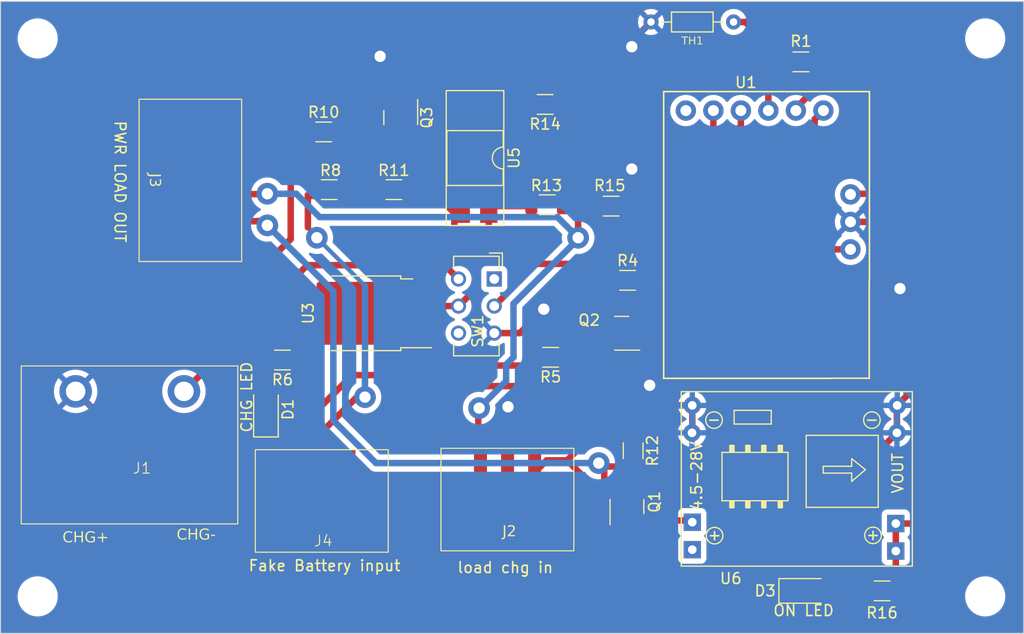
<source format=kicad_pcb>
(kicad_pcb (version 20221018) (generator pcbnew)
  (layers (0 "F.Cu" signal) (31 "B.Cu" signal) (34 "B.Paste" user) (35 "F.Paste" user) (36 "B.SilkS" user "B.Silkscreen") (37 "F.SilkS" user "F.Silkscreen") (38 "B.Mask" user) (39 "F.Mask" user) (44 "Edge.Cuts" user))
  (net 0 "")
  (net 1 "-12V")
  (net 2 "+5V")
  (net 3 "+VDC")
  (net 4 "+12V")
  (net 5 "Net-(U3-G)")
  (net 6 "Net-(U3-D)")
  (net 7 "+9V")
  (net 8 "Net-(D1-A)")
  (net 9 "Net-(D3-A)")
  (net 10 "Battery Vref")
  (net 11 "VD")
  (net 12 "+BATT")
  (net 13 "Net-(Q2-B)")
  (net 14 "Net-(Q3-G)")
  (net 15 "-BATT")
  (net 16 "Net-(U1-P1)")
  (net 17 "Net-(U1-P2)")
  (net 18 "Net-(SW1B-A)")
  (net 19 "Batt SW VCC")
  (net 20 "Net-(R14-Pad2)")
  (net 22 "Net-(SW1A-B)")
  (footprint "Resistor_SMD:R_1206_3216Metric" (layer "F.Cu") (at 219.0095 59.563 180)
    (fp_text reference "R13" (at 0.0615 1.778) (layer "F.SilkS"))
    (fp_text value "10K" hide)
    (pad "1" smd roundrect (at -1.4625 0 180) (size 1.125 1.75) (layers "F.Cu" "F.Paste" "F.Mask") (roundrect_rratio 0.2222222222) (net 10 "Battery Vref"))
    (pad "2" smd roundrect (at 1.4625 0 180) (size 1.125 1.75) (layers "F.Cu" "F.Paste" "F.Mask") (roundrect_rratio 0.2222222222) (net 12 "+BATT"))
  )
  (footprint "MountingHole:MountingHole_3.2mm_M3" (layer "F.Cu") (at 259.461 95.758)
    (fp_text reference "REF**" hide)
    (fp_text value "MountingHole_3.2mm_M3" hide)
    (pad "" np_thru_hole circle (at 0 0) (size 3.2 3.2) (drill 3.2) (layers "*.Cu" "*.Mask"))
  )
  (footprint "DCDC buck converter lm2596:kf1000 screw terminal" (layer "F.Cu") (at 170.44 74.461)
    (fp_text reference "J1" (at 11.15 9.45 unlocked) (layer "F.SilkS") (effects (font (thickness 0.1))))
    (fp_text value "B CHG IN")
    (pad "1" thru_hole circle (at 5.025 2.35) (size 3 3) (drill 1.8) (layers "*.Cu" "*.Mask") (net 1 "-12V"))
    (pad "2" thru_hole circle (at 15.025 2.35) (size 3 3) (drill 1.8) (layers "*.Cu" "*.Mask") (net 3 "+VDC"))
  )
  (footprint "MountingHole:MountingHole_3.2mm_M3" (layer "F.Cu") (at 171.958 95.758)
    (fp_text reference "REF**" hide)
    (fp_text value "MountingHole_3.2mm_M3" hide)
    (pad "" np_thru_hole circle (at 0 0) (size 3.2 3.2) (drill 3.2) (layers "*.Cu" "*.Mask"))
  )
  (footprint "MountingHole:MountingHole_3.2mm_M3" (layer "F.Cu") (at 171.958 44.196)
    (fp_text reference "REF**" hide)
    (fp_text value "MountingHole_3.2mm_M3" hide)
    (pad "" np_thru_hole circle (at 0 0) (size 3.2 3.2) (drill 3.2) (layers "*.Cu" "*.Mask"))
  )
  (footprint "Resistor_SMD:R_1206_3216Metric" (layer "F.Cu") (at 218.821 50.292 180)
    (fp_text reference "R14" (at 0 -1.82) (layer "F.SilkS"))
    (fp_text value "430R" hide)
    (pad "1" smd roundrect (at -1.4625 0 180) (size 1.125 1.75) (layers "F.Cu" "F.Paste" "F.Mask") (roundrect_rratio 0.2222222222) (net 19 "Batt SW VCC"))
    (pad "2" smd roundrect (at 1.4625 0 180) (size 1.125 1.75) (layers "F.Cu" "F.Paste" "F.Mask") (roundrect_rratio 0.2222222222) (net 20 "Net-(R14-Pad2)"))
  )
  (footprint "Resistor_SMD:R_1206_3216Metric" (layer "F.Cu") (at 198.882 58.166 180)
    (fp_text reference "R8" (at -0.127 1.778) (layer "F.SilkS"))
    (fp_text value "3K6" hide)
    (pad "1" smd roundrect (at -1.4625 0 180) (size 1.125 1.75) (layers "F.Cu" "F.Paste" "F.Mask") (roundrect_rratio 0.2222222222) (net 14 "Net-(Q3-G)"))
    (pad "2" smd roundrect (at 1.4625 0 180) (size 1.125 1.75) (layers "F.Cu" "F.Paste" "F.Mask") (roundrect_rratio 0.2222222222) (net 15 "-BATT"))
  )
  (footprint "Button_Switch_THT:SW_CuK_JS202011CQN_DPDT_Straight" (layer "F.Cu") (at 214.121 66.4265 -90)
    (fp_text reference "SW1" (at 4.8205 1.523 90) (layer "F.SilkS"))
    (fp_text value "SW_DPDT_x2" hide)
    (pad "1" thru_hole rect (at 0 0 270) (size 1.4 1.4) (drill 0.9) (layers "*.Cu" "*.Mask"))
    (pad "2" thru_hole circle (at 2.5 0 270) (size 1.4 1.4) (drill 0.9) (layers "*.Cu" "*.Mask") (net 22 "Net-(SW1A-B)"))
    (pad "3" thru_hole circle (at 5 0 270) (size 1.4 1.4) (drill 0.9) (layers "*.Cu" "*.Mask") (net 1 "-12V"))
    (pad "4" thru_hole circle (at 0 3.3 270) (size 1.4 1.4) (drill 0.9) (layers "*.Cu" "*.Mask") (net 18 "Net-(SW1B-A)"))
    (pad "5" thru_hole circle (at 2.5 3.3 270) (size 1.4 1.4) (drill 0.9) (layers "*.Cu" "*.Mask") (net 12 "+BATT"))
    (pad "6" thru_hole circle (at 5 3.3 270) (size 1.4 1.4) (drill 0.9) (layers "*.Cu" "*.Mask"))
  )
  (footprint "DCDC buck converter lm2596:SRT_MPT1584EN_Module" (layer "F.Cu") (at 242.57 84.328)
    (fp_text reference "U6" (at -6.604 9.779) (layer "F.SilkS"))
    (fp_text value "MP1584 ")
    (fp_text user "+" (at 6.5278 5.7277) (layer "F.SilkS"))
    (fp_text user "-" (at -8.1534 -4.9276) (layer "F.SilkS"))
    (fp_text user "-" (at 6.4262 -4.9276) (layer "F.SilkS"))
    (fp_text user "+" (at -8.1026 5.7531) (layer "F.SilkS"))
    (fp_text user "VOUT" (at 8.8138 0.0508 90) (layer "F.SilkS"))
    (fp_text user "4.5-28V" (at -9.7536 0.3048 90) (layer "F.SilkS"))
    (pad "1" thru_hole rect (at -10.16 4.572 90) (size 1.6 1.6) (drill 0.8) (layers "*.Cu" "B.Mask") (net 4 "+12V"))
    (pad "1" thru_hole rect (at -10.16 7.112 90) (size 1.6 1.6) (drill 0.8) (layers "*.Cu" "B.Mask") (net 4 "+12V"))
    (pad "2" thru_hole oval (at -10.1854 -3.683 90) (size 1.6 1.6) (drill 0.8) (layers "*.Cu" "B.Mask") (net 1 "-12V"))
    (pad "2" thru_hole oval (at -10.16 -6.223 90) (size 1.6 1.6) (drill 0.8) (layers "*.Cu" "B.Mask") (net 1 "-12V"))
    (pad "3" thru_hole rect (at 8.636 4.699 90) (size 1.6 1.6) (drill 0.8) (layers "*.Cu" "B.Mask") (net 7 "+9V"))
    (pad "3" thru_hole rect (at 8.636 7.239 90) (size 1.6 1.6) (drill 0.8) (layers "*.Cu" "B.Mask") (net 7 "+9V"))
    (pad "4" thru_hole oval (at 8.7376 -3.683 90) (size 1.6 1.6) (drill 0.8) (layers "*.Cu" "B.Mask") (net 1 "-12V"))
    (pad "4" thru_hole oval (at 8.763 -6.223 90) (size 1.6 1.6) (drill 0.8) (layers "*.Cu" "B.Mask") (net 1 "-12V"))
  )
  (footprint "LED_SMD:LED_1206_3216Metric" (layer "F.Cu") (at 242.697 95.25)
    (fp_text reference "D3" (at -3.556 0) (layer "F.SilkS"))
    (fp_text value "ON LED" (at 0 1.82) (layer "F.SilkS"))
    (pad "1" smd roundrect (at -1.4 0) (size 1.25 1.75) (layers "F.Cu" "F.Paste" "F.Mask") (roundrect_rratio 0.2) (net 1 "-12V"))
    (pad "2" smd roundrect (at 1.4 0) (size 1.25 1.75) (layers "F.Cu" "F.Paste" "F.Mask") (roundrect_rratio 0.2) (net 9 "Net-(D3-A)"))
  )
  (footprint "MountingHole:MountingHole_3.2mm_M3" (layer "F.Cu") (at 259.461 44.196)
    (fp_text reference "REF**" hide)
    (fp_text value "MountingHole_3.2mm_M3" hide)
    (pad "" np_thru_hole circle (at 0 0) (size 3.2 3.2) (drill 3.2) (layers "*.Cu" "*.Mask"))
  )
  (footprint "LED_SMD:LED_1206_3216Metric" (layer "F.Cu") (at 193.04 78.74 90)
    (fp_text reference "D1" (at 0.254 2.032 90) (layer "F.SilkS"))
    (fp_text value "CHG LED" (at 1.397 -1.778 90) (layer "F.SilkS"))
    (pad "1" smd roundrect (at -1.4 0 90) (size 1.25 1.75) (layers "F.Cu" "F.Paste" "F.Mask") (roundrect_rratio 0.2) (net 1 "-12V"))
    (pad "2" smd roundrect (at 1.4 0 90) (size 1.25 1.75) (layers "F.Cu" "F.Paste" "F.Mask") (roundrect_rratio 0.2) (net 8 "Net-(D1-A)"))
  )
  (footprint "Package_TO_SOT_SMD:TO-252-2" (layer "F.Cu") (at 202.184 69.596 180)
    (fp_text reference "U3" (at 5.247 -0.006 90) (layer "F.SilkS"))
    (fp_text value "AOD409" hide)
    (pad "1" smd roundrect (at -5.04 -2.28 180) (size 2.2 1.2) (layers "F.Cu" "F.Paste" "F.Mask") (roundrect_rratio 0.2083333333) (net 5 "Net-(U3-G)"))
    (pad "2" smd roundrect (at -0.415 -1.525 180) (size 3.05 2.75) (layers "F.Cu" "F.Paste") (roundrect_rratio 0.09090909091) (net 6 "Net-(U3-D)"))
    (pad "2" smd roundrect (at -0.415 1.525 180) (size 3.05 2.75) (layers "F.Cu" "F.Paste") (roundrect_rratio 0.09090909091) (net 6 "Net-(U3-D)"))
    (pad "2" smd roundrect (at 1.26 0 180) (size 6.4 5.8) (layers "F.Cu" "F.Mask") (roundrect_rratio 0.04310293103) (net 6 "Net-(U3-D)"))
    (pad "2" smd roundrect (at 2.935 -1.525 180) (size 3.05 2.75) (layers "F.Cu" "F.Paste") (roundrect_rratio 0.09090909091) (net 6 "Net-(U3-D)"))
    (pad "2" smd roundrect (at 2.935 1.525 180) (size 3.05 2.75) (layers "F.Cu" "F.Paste") (roundrect_rratio 0.09090909091) (net 6 "Net-(U3-D)"))
    (pad "3" smd roundrect (at -5.04 2.28 180) (size 2.2 1.2) (layers "F.Cu" "F.Paste" "F.Mask") (roundrect_rratio 0.2083333333) (net 3 "+VDC"))
  )
  (footprint "Resistor_SMD:R_1206_3216Metric" (layer "F.Cu") (at 198.374 52.832)
    (fp_text reference "R10" (at 0 -1.82) (layer "F.SilkS"))
    (fp_text value "100K" hide)
    (pad "1" smd roundrect (at -1.4625 0) (size 1.125 1.75) (layers "F.Cu" "F.Paste" "F.Mask") (roundrect_rratio 0.2222222222) (net 15 "-BATT"))
    (pad "2" smd roundrect (at 1.4625 0) (size 1.125 1.75) (layers "F.Cu" "F.Paste" "F.Mask") (roundrect_rratio 0.2222222222) (net 14 "Net-(Q3-G)"))
  )
  (footprint "Package_TO_SOT_SMD:SOT-23" (layer "F.Cu") (at 226.375 87.4545 90)
    (fp_text reference "Q1" (at 0.4295 2.54 90) (layer "F.SilkS"))
    (fp_text value "AO3407" hide)
    (pad "1" smd roundrect (at -0.9375 -0.95 90) (size 1.475 0.6) (layers "F.Cu" "F.Paste" "F.Mask") (net 11 "VD"))
    (pad "2" smd roundrect (at -0.9375 0.95 90) (size 1.475 0.6) (layers "F.Cu" "F.Paste" "F.Mask") (net 12 "+BATT"))
    (pad "3" smd roundrect (at 0.9375 0 90) (size 1.475 0.6) (layers "F.Cu" "F.Paste" "F.Mask") (net 4 "+12V"))
  )
  (footprint "Resistor_SMD:R_1206_3216Metric" (layer "F.Cu") (at 249.936 95.25)
    (fp_text reference "R16" (at 0 2.032) (layer "F.SilkS"))
    (fp_text value "330R" hide)
    (pad "1" smd roundrect (at -1.4625 0) (size 1.125 1.75) (layers "F.Cu" "F.Paste" "F.Mask") (roundrect_rratio 0.2222222222) (net 9 "Net-(D3-A)"))
    (pad "2" smd roundrect (at 1.4625 0) (size 1.125 1.75) (layers "F.Cu" "F.Paste" "F.Mask") (roundrect_rratio 0.2222222222) (net 7 "+9V"))
  )
  (footprint "DCDC buck converter lm2596:XH 2.54mm 3p smd vertical header" (layer "F.Cu") (at 207.476 95.273)
    (fp_text reference "J2" hide)
    (fp_text value "load chg in" (at 7.662 -2.182 unlocked) (layer "F.SilkS"))
    (fp_text user "${REFERENCE}" (at 8.043 -5.484 unlocked) (layer "F.SilkS"))
    (pad "1" smd rect (at 5.375 -10.975) (size 1.2 4.5) (layers "F.Cu" "F.Paste" "F.Mask") (net 10 "Battery Vref"))
    (pad "2" smd rect (at 7.875 -10.975) (size 1.2 4.5) (layers "F.Cu" "F.Paste" "F.Mask") (net 1 "-12V"))
    (pad "3" smd rect (at 10.375 -10.975) (size 1.2 4.5) (layers "F.Cu" "F.Paste" "F.Mask") (net 4 "+12V"))
    (pad "4" smd rect (at 2.425 -5.275) (size 1.2 3) (layers "F.Cu" "F.Paste" "F.Mask"))
    (pad "4" smd rect (at 13.325 -5.275) (size 1.2 3) (layers "F.Cu" "F.Paste" "F.Mask"))
  )
  (footprint "Resistor_SMD:R_1206_3216Metric" (layer "F.Cu") (at 219.329 73.66 180)
    (fp_text reference "R5" (at 0 -1.82) (layer "F.SilkS"))
    (fp_text value "10K" hide)
    (pad "1" smd roundrect (at -1.4625 0 180) (size 1.125 1.75) (layers "F.Cu" "F.Paste" "F.Mask") (roundrect_rratio 0.2222222222) (net 12 "+BATT"))
    (pad "2" smd roundrect (at 1.4625 0 180) (size 1.125 1.75) (layers "F.Cu" "F.Paste" "F.Mask") (roundrect_rratio 0.2222222222) (net 5 "Net-(U3-G)"))
  )
  (footprint "Resistor_SMD:R_1206_3216Metric" (layer "F.Cu") (at 194.564 73.914 180)
    (fp_text reference "R6" (at 0 -1.82) (layer "F.SilkS"))
    (fp_text value "800R" hide)
    (pad "1" smd roundrect (at -1.4625 0 180) (size 1.125 1.75) (layers "F.Cu" "F.Paste" "F.Mask") (roundrect_rratio 0.2222222222) (net 6 "Net-(U3-D)"))
    (pad "2" smd roundrect (at 1.4625 0 180) (size 1.125 1.75) (layers "F.Cu" "F.Paste" "F.Mask") (roundrect_rratio 0.2222222222) (net 8 "Net-(D1-A)"))
  )
  (footprint "Resistor_SMD:R_1206_3216Metric" (layer "F.Cu") (at 226.949 82.296 90)
    (fp_text reference "R12" (at 0 1.778 90) (layer "F.SilkS"))
    (fp_text value "1.2K" hide)
    (pad "1" smd roundrect (at -1.4625 0 90) (size 1.125 1.75) (layers "F.Cu" "F.Paste" "F.Mask") (roundrect_rratio 0.2222222222) (net 11 "VD"))
    (pad "2" smd roundrect (at 1.4625 0 90) (size 1.125 1.75) (layers "F.Cu" "F.Paste" "F.Mask") (roundrect_rratio 0.2222222222) (net 4 "+12V"))
  )
  (footprint "DCDC buck converter lm2596:XH 2.54mm 3p smd vertical header" (layer "F.Cu") (at 190.331 95.4)
    (fp_text reference "J4" (at 7.991 -4.767 unlocked) (layer "F.SilkS") (effects (font (thickness 0.1))))
    (fp_text value "Fake Battery input" (at 8.118 -2.481 unlocked) (layer "F.SilkS"))
    (pad "1" smd rect (at 5.375 -10.975) (size 1.2 4.5) (layers "F.Cu" "F.Paste" "F.Mask") (net 12 "+BATT"))
    (pad "2" smd rect (at 7.875 -10.975) (size 1.2 4.5) (layers "F.Cu" "F.Paste" "F.Mask") (net 15 "-BATT"))
    (pad "3" smd rect (at 10.375 -10.975) (size 1.2 4.5) (layers "F.Cu" "F.Paste" "F.Mask"))
    (pad "4" smd rect (at 2.425 -5.275) (size 1.2 3) (layers "F.Cu" "F.Paste" "F.Mask"))
    (pad "4" smd rect (at 13.325 -5.275) (size 1.2 3) (layers "F.Cu" "F.Paste" "F.Mask"))
  )
  (footprint "Resistor_SMD:R_1206_3216Metric" (layer "F.Cu") (at 242.443 46.355 180)
    (fp_text reference "R1" (at 0 1.905) (layer "F.SilkS"))
    (fp_text value "10K" hide)
    (pad "1" smd roundrect (at -1.4625 0 180) (size 1.125 1.75) (layers "F.Cu" "F.Paste" "F.Mask") (roundrect_rratio 0.2222222222) (net 2 "+5V"))
    (pad "2" smd roundrect (at 1.4625 0 180) (size 1.125 1.75) (layers "F.Cu" "F.Paste" "F.Mask") (roundrect_rratio 0.2222222222) (net 17 "Net-(U1-P2)"))
  )
  (footprint "DCDC buck converter lm2596:Digispark attiny85 board" (layer "F.Cu") (at 238.168 50.857 180)
    (fp_text reference "U1" (at 0.805 2.597) (layer "F.SilkS"))
    (fp_text value "ATTiny 85 Module ")
    (pad "1" thru_hole circle (at -8.85 -12.83 180) (size 1.8796 1.8796) (drill 1.016) (layers "*.Cu" "*.Mask") (net 2 "+5V"))
    (pad "2" thru_hole circle (at -8.85 -10.29 180) (size 1.8796 1.8796) (drill 1.016) (layers "*.Cu" "*.Mask") (net 1 "-12V"))
    (pad "3" thru_hole circle (at -8.85 -7.75 180) (size 1.8796 1.8796) (drill 1.016) (layers "*.Cu" "*.Mask") (net 7 "+9V"))
    (pad "4" thru_hole circle (at -6.35 0 180) (size 1.8796 1.8796) (drill 1.016) (layers "*.Cu" "*.Mask") (net 22 "Net-(SW1A-B)"))
    (pad "5" thru_hole circle (at -3.81 0 180) (size 1.8796 1.8796) (drill 1.016) (layers "*.Cu" "*.Mask") (net 16 "Net-(U1-P1)"))
    (pad "6" thru_hole circle (at -1.27 0 180) (size 1.8796 1.8796) (drill 1.016) (layers "*.Cu" "*.Mask") (net 17 "Net-(U1-P2)"))
    (pad "7" thru_hole circle (at 1.27 0 180) (size 1.8796 1.8796) (drill 1.016) (layers "*.Cu" "*.Mask") (net 10 "Battery Vref"))
    (pad "8" thru_hole circle (at 3.81 0 180) (size 1.8796 1.8796) (drill 1.016) (layers "*.Cu" "*.Mask") (net 19 "Batt SW VCC"))
    (pad "9" thru_hole circle (at 6.35 0 180) (size 1.8796 1.8796) (drill 1.016) (layers "*.Cu" "*.Mask"))
  )
  (footprint "Resistor_THT:R_Axial_DIN0204_L3.6mm_D1.6mm_P7.62mm_Horizontal" (layer "F.Cu") (at 228.6 42.672)
    (fp_text reference "TH1" hide)
    (fp_text value "Thermistor" hide)
    (fp_text user "${REFERENCE}" (at 3.81 1.778) (layer "F.SilkS") (effects (font (size 0.72 0.72) (thickness 0.108))))
    (pad "1" thru_hole circle (at 0 0) (size 1.4 1.4) (drill 0.7) (layers "*.Cu" "*.Mask") (net 1 "-12V"))
    (pad "2" thru_hole oval (at 7.62 0) (size 1.4 1.4) (drill 0.7) (layers "*.Cu" "*.Mask") (net 17 "Net-(U1-P2)"))
  )
  (footprint "Package_TO_SOT_SMD:SOT-23" (layer "F.Cu") (at 225.8845 71.44 180)
    (fp_text reference "Q2" (at 2.9995 1.209) (layer "F.SilkS"))
    (fp_text value "PN100" hide)
    (pad "1" smd roundrect (at -0.9375 -0.95 180) (size 1.475 0.6) (layers "F.Cu" "F.Paste" "F.Mask") (net 1 "-12V"))
    (pad "2" smd roundrect (at -0.9375 0.95 180) (size 1.475 0.6) (layers "F.Cu" "F.Paste" "F.Mask") (net 13 "Net-(Q2-B)"))
    (pad "3" smd roundrect (at 0.9375 0 180) (size 1.475 0.6) (layers "F.Cu" "F.Paste" "F.Mask") (net 12 "+BATT"))
  )
  (footprint "Resistor_SMD:R_1206_3216Metric" (layer "F.Cu") (at 226.441 66.548)
    (fp_text reference "R4" (at 0 -1.82) (layer "F.SilkS"))
    (fp_text value "3k3" hide)
    (pad "1" smd roundrect (at -1.4625 0) (size 1.125 1.75) (layers "F.Cu" "F.Paste" "F.Mask") (roundrect_rratio 0.2222222222) (net 13 "Net-(Q2-B)"))
    (pad "2" smd roundrect (at 1.4625 0) (size 1.125 1.75) (layers "F.Cu" "F.Paste" "F.Mask") (roundrect_rratio 0.2222222222) (net 16 "Net-(U1-P1)"))
  )
  (footprint "Package_TO_SOT_SMD:SOT-23" (layer "F.Cu") (at 205.486 51.5135 -90)
    (fp_text reference "Q3" (at 0 -2.4 90) (layer "F.SilkS"))
    (fp_text value "AO3400A" hide)
    (pad "1" smd roundrect (at -0.9375 -0.95 270) (size 1.475 0.6) (layers "F.Cu" "F.Paste" "F.Mask") (net 14 "Net-(Q3-G)"))
    (pad "2" smd roundrect (at -0.9375 0.95 270) (size 1.475 0.6) (layers "F.Cu" "F.Paste" "F.Mask") (net 15 "-BATT") (clearance 0.1))
    (pad "3" smd roundrect (at 0.9375 0 270) (size 1.475 0.6) (layers "F.Cu" "F.Paste" "F.Mask") (net 1 "-12V"))
  )
  (footprint "Resistor_SMD:R_1206_3216Metric" (layer "F.Cu") (at 224.917 59.69 180)
    (fp_text reference "R15" (at 0.127 1.905) (layer "F.SilkS"))
    (fp_text value "10K" hide)
    (pad "1" smd roundrect (at -1.4625 0 180) (size 1.125 1.75) (layers "F.Cu" "F.Paste" "F.Mask") (roundrect_rratio 0.2222222222) (net 1 "-12V"))
    (pad "2" smd roundrect (at 1.4625 0 180) (size 1.125 1.75) (layers "F.Cu" "F.Paste" "F.Mask") (roundrect_rratio 0.2222222222) (net 10 "Battery Vref"))
  )
  (footprint "Resistor_SMD:R_1206_3216Metric" (layer "F.Cu") (at 204.851 58.166 180)
    (fp_text reference "R11" (at 0 1.778) (layer "F.SilkS"))
    (fp_text value "10K" hide)
    (pad "1" smd roundrect (at -1.4625 0 180) (size 1.125 1.75) (layers "F.Cu" "F.Paste" "F.Mask") (roundrect_rratio 0.2222222222) (net 18 "Net-(SW1B-A)"))
    (pad "2" smd roundrect (at 1.4625 0 180) (size 1.125 1.75) (layers "F.Cu" "F.Paste" "F.Mask") (roundrect_rratio 0.2222222222) (net 14 "Net-(Q3-G)"))
  )
  (footprint "Package_DIP:DIP-4_W8.89mm_SMDSocket_LongPads" (layer "F.Cu") (at 212.344 55.245 -90)
    (fp_text reference "U5" (at 0 -3.6 90) (layer "F.SilkS"))
    (fp_text value "PC817" hide)
    (pad "1" smd rect (at -4.445 -1.27 270) (size 3.1 1.6) (layers "F.Cu" "F.Paste" "F.Mask") (net 20 "Net-(R14-Pad2)"))
    (pad "2" smd rect (at -4.445 1.27 270) (size 3.1 1.6) (layers "F.Cu" "F.Paste" "F.Mask") (net 1 "-12V"))
    (pad "3" smd rect (at 4.445 1.27 270) (size 3.1 1.6) (layers "F.Cu" "F.Paste" "F.Mask") (net 18 "Net-(SW1B-A)"))
    (pad "4" smd rect (at 4.445 -1.27 270) (size 3.1 1.6) (layers "F.Cu" "F.Paste" "F.Mask") (net 12 "+BATT"))
  )
  (footprint "DCDC buck converter lm2596:XH 2.54mm 4p vertical header" (layer "F.Cu") (at 178.195 47.962 -90)
    (fp_text reference "J3" hide)
    (fp_text value "PWR LOAD OUT" (at 9.468 -1.374 -90 unlocked) (layer "F.SilkS"))
    (fp_text user "${REFERENCE}" (at 9.341 -4.549 -90 unlocked) (layer "F.SilkS"))
    (pad "1" smd rect (at 5.625 -10.4 270) (size 1.2 4.5) (layers "F.Cu" "F.Paste" "F.Mask") (net 1 "-12V"))
    (pad "2" smd rect (at 8.125 -10.4 270) (size 1.2 4.5) (layers "F.Cu" "F.Paste" "F.Mask") (net 7 "+9V"))
    (pad "3" smd rect (at 10.625 -10.4 270) (size 1.2 4.5) (layers "F.Cu" "F.Paste" "F.Mask") (net 10 "Battery Vref"))
    (pad "4" smd rect (at 13.125 -10.4 270) (size 1.2 4.5) (layers "F.Cu" "F.Paste" "F.Mask") (net 11 "VD"))
    (pad "5" smd rect (at 2.675 -4.7 270) (size 1.2 3) (layers "F.Cu" "F.Paste" "F.Mask"))
    (pad "5" smd rect (at 16.075 -4.7 270) (size 1.2 3) (layers "F.Cu" "F.Paste" "F.Mask"))
  )
  (gr_rect (start 168.529 40.767) (end 263.017 99.187) (stroke (width 0.1)) (fill none) (layer "Edge.Cuts"))
  (gr_text "Alex Stewart July 2024" (at 178.308 45.466) (layer "F.Cu") (effects (font (size 1.5 1.5) (thickness 0.3) bold) (justify left bottom)))
  (gr_text "BMS Controller \nBatt V3.2 | Test 2.0 " (at 260.477 68.834 90) (layer "F.Cu") (effects (font (size 1.5 1.5) (thickness 0.3) bold) (justify bottom)))
  (gr_text "CHG+" (at 174.244 90.932) (layer "F.SilkS") (effects (font (size 1 1)) (justify left bottom)))
  (gr_text "CHG-\n" (at 184.785 90.678) (layer "F.SilkS") (effects (font (size 1 1)) (justify left bottom)))
  (segment (start 218.694 69.215) (end 216.4825 71.4265) (width 0.6) (layer "F.Cu") (net 1))
  (segment (start 189.999 53.587) (end 191.643 53.587) (width 0.6) (layer "F.Cu") (net 1))
  (segment (start 226.314 60.071) (end 226.314 58.293) (width 0.6) (layer "F.Cu") (net 1))
  (segment (start 232.41 80.6196) (end 232.3846 80.645) (width 0.4) (layer "F.Cu") (net 1))
  (segment (start 207.391 49.149) (end 209.042 50.8) (width 0.3) (layer "F.Cu") (net 1))
  (segment (start 202.692 48.133) (end 203.454 47.371) (width 0.6) (layer "F.Cu") (net 1))
  (segment (start 188.976 81.029) (end 179.683 81.029) (width 0.6) (layer "F.Cu") (net 1))
  (segment (start 192.151 81.029) (end 188.976 81.029) (width 0.6) (layer "F.Cu") (net 1))
  (segment (start 241.297 92.967) (end 241.297 95.25) (width 0.6) (layer "F.Cu") (net 1))
  (segment (start 211.963 87.376) (end 212.598 88.011) (width 0.6) (layer "F.Cu") (net 1))
  (segment (start 228.6 42.672) (end 226.695 44.577) (width 0.6) (layer "F.Cu") (net 1))
  (segment (start 232.41 78.105) (end 229.108 78.105) (width 0.6) (layer "F.Cu") (net 1))
  (segment (start 179.683 81.029) (end 175.465 76.811) (width 0.6) (layer "F.Cu") (net 1))
  (segment (start 202.565 87.376) (end 211.963 87.376) (width 0.6) (layer "F.Cu") (net 1))
  (segment (start 188.976 82.423) (end 195.58 89.027) (width 0.6) (layer "F.Cu") (net 1))
  (segment (start 251.587 62.992) (end 251.587 67.31) (width 0.6) (layer "F.Cu") (net 1))
  (segment (start 200.914 89.027) (end 202.565 87.376) (width 0.6) (layer "F.Cu") (net 1))
  (segment (start 191.643 50.927) (end 194.437 48.133) (width 0.6) (layer "F.Cu") (net 1))
  (segment (start 226.695 57.912) (end 226.695 56.388) (width 0.6) (layer "F.Cu") (net 1))
  (segment (start 191.643 53.587) (end 191.643 50.927) (width 0.6) (layer "F.Cu") (net 1))
  (segment (start 249.809 67.31) (end 244.729 72.39) (width 0.6) (layer "F.Cu") (net 1))
  (segment (start 205.486 49.657) (end 205.994 49.149) (width 0.3) (layer "F.Cu") (net 1))
  (segment (start 249.174 85.725) (end 247.523 87.376) (width 0.6) (layer "F.Cu") (net 1))
  (segment (start 194.437 48.133) (end 202.692 48.133) (width 0.6) (layer "F.Cu") (net 1))
  (segment (start 249.742 61.147) (end 251.587 62.992) (width 0.6) (layer "F.Cu") (net 1))
  (segment (start 215.149 78.4775) (end 215.149 84.096) (width 0.6) (layer "F.Cu") (net 1))
  (segment (start 204.216 48.133) (end 203.454 47.371) (width 0.6) (layer "F.Cu") (net 1))
  (segment (start 251.3076 80.645) (end 249.174 82.7786) (width 0.6) (layer "F.Cu") (net 1))
  (segment (start 215.351 86.02) (end 215.351 84.298) (width 0.6) (layer "F.Cu") (net 1))
  (segment (start 211.074 50.8) (end 211.074 48.514) (width 0.6) (layer "F.Cu") (net 1))
  (segment (start 251.587 67.31) (end 249.809 67.31) (width 0.6) (layer "F.Cu") (net 1))
  (segment (start 232.41 78.105) (end 232.41 80.6196) (width 0.6) (layer "F.Cu") (net 1))
  (segment (start 203.454 45.974) (end 203.454 47.371) (width 0.6) (layer "F.Cu") (net 1))
  (segment (start 252.206001 67.929001) (end 252.206001 77.231999) (width 0.6) (layer "F.Cu") (net 1))
  (segment (start 229.108 78.105) (end 228.473 77.47) (width 0.6) (layer "F.Cu") (net 1))
  (segment (start 226.695 44.577) (end 226.822 44.958) (width 0.4) (layer "F.Cu") (net 1))
  (segment (start 213.36 88.011) (end 215.351 86.02) (width 0.6) (layer "F.Cu") (net 1))
  (segment (start 210.693 48.133) (end 204.216 48.133) (width 0.6) (layer "F.Cu") (net 1))
  (segment (start 195.58 89.027) (end 200.914 89.027) (width 0.6) (layer "F.Cu") (net 1))
  (segment (start 193.04 80.14) (end 192.151 81.029) (width 0.6) (layer "F.Cu") (net 1))
  (segment (start 244.221 90.043) (end 241.297 92.967) (width 0.6) (layer "F.Cu") (net 1))
  (segment (start 247.523 87.376) (end 247.523 90.043) (width 0.6) (layer "F.Cu") (net 1))
  (segment (start 244.729 72.39) (end 226.822 72.39) (width 0.6) (layer "F.Cu") (net 1))
  (segment (start 247.018 61.147) (end 249.742 61.147) (width 0.6) (layer "F.Cu") (net 1))
  (segment (start 226.314 58.293) (end 226.695 57.912) (width 0.6) (layer "F.Cu") (net 1))
  (segment (start 215.3835 78.243) (end 215.149 78.243) (width 0.4) (layer "F.Cu") (net 1))
  (segment (start 203.454 45.974) (end 203.581 45.847) (width 0.6) (layer "F.Cu") (net 1))
  (segment (start 188.976 81.029) (end 188.976 82.423) (width 0.6) (layer "F.Cu") (net 1))
  (segment (start 188.595 53.587) (end 189.999 53.587) (width 0.4) (layer "F.Cu") (net 1))
  (segment (start 215.149 84.096) (end 215.351 84.298) (width 0.6) (layer "F.Cu") (net 1))
  (segment (start 209.042 50.8) (end 211.074 50.8) (width 0.6) (layer "F.Cu") (net 1))
  (segment (start 226.822 44.958) (end 226.695 44.958) (width 0.4) (layer "F.Cu") (net 1))
  (segment (start 228.473 77.47) (end 228.473 76.2485) (width 0.6) (layer "F.Cu") (net 1))
  (segment (start 205.486 52.451) (end 205.486 49.657) (width 0.3) (layer "F.Cu") (net 1))
  (segment (start 251.3076 78.1304) (end 251.333 78.105) (width 0.4) (layer "F.Cu") (net 1))
  (segment (start 252.206001 77.231999) (end 251.333 78.105) (width 0.6) (layer "F.Cu") (net 1))
  (segment (start 205.994 49.149) (end 207.391 49.149) (width 0.3) (layer "F.Cu") (net 1))
  (segment (start 216.4825 71.4265) (end 214.121 71.4265) (width 0.6) (layer "F.Cu") (net 1))
  (segment (start 226.695 56.388) (end 226.822 56.261) (width 0.4) (layer "F.Cu") (net 1))
  (segment (start 212.598 88.011) (end 213.36 88.011) (width 0.6) (layer "F.Cu") (net 1))
  (segment (start 211.074 48.514) (end 210.693 48.133) (width 0.6) (layer "F.Cu") (net 1))
  (segment (start 247.523 90.043) (end 244.221 90.043) (width 0.6) (layer "F.Cu") (net 1))
  (segment (start 215.392 78.2345) (end 215.149 78.4775) (width 0.4) (layer "F.Cu") (net 1))
  (segment (start 249.174 82.7786) (end 249.174 85.725) (width 0.6) (layer "F.Cu") (net 1))
  (segment (start 215.392 78.2345) (end 215.3835 78.243) (width 0.4) (layer "F.Cu") (net 1))
  (segment (start 251.587 67.31) (end 252.206001 67.929001) (width 0.6) (layer "F.Cu") (net 1))
  (segment (start 251.3076 80.645) (end 251.3076 78.1304) (width 0.6) (layer "F.Cu") (net 1))
  (via (at 203.581 45.847) (size 2) (drill 1.05) (layers "F.Cu" "B.Cu") (net 1))
  (via (at 218.694 69.215) (size 2) (drill 1.05) (layers "F.Cu" "B.Cu") (net 1))
  (via (at 215.392 78.2345) (size 2) (drill 1.05) (layers "F.Cu" "B.Cu") (net 1))
  (via (at 251.587 67.31) (size 2) (drill 1.05) (layers "F.Cu" "B.Cu") (net 1))
  (via (at 226.822 44.958) (size 2) (drill 1.05) (layers "F.Cu" "B.Cu") (net 1))
  (via (at 228.473 76.2485) (size 2) (drill 1.05) (layers "F.Cu" "B.Cu") (net 1))
  (via (at 226.822 56.261) (size 2) (drill 1.05) (layers "F.Cu" "B.Cu") (net 1))
  (segment (start 251.587 67.31) (end 251.079 67.31) (width 0.4) (layer "B.Cu") (net 1))
  (segment (start 226.822 56.261) (end 226.822 56.642) (width 0.4) (layer "B.Cu") (net 1))
  (segment (start 251.079 67.31) (end 249.555 65.786) (width 0.4) (layer "B.Cu") (net 1))
  (segment (start 203.581 45.847) (end 204.216 46.482) (width 0.4) (layer "B.Cu") (net 1))
  (segment (start 226.487 78.2345) (end 215.392 78.2345) (width 0.4) (layer "B.Cu") (net 1))
  (segment (start 235.077 70.739) (end 235.077 65.786) (width 0.4) (layer "B.Cu") (net 1))
  (segment (start 225.6005 76.2485) (end 221.869 72.517) (width 0.4) (layer "B.Cu") (net 1))
  (segment (start 221.869 72.39) (end 218.694 69.215) (width 0.4) (layer "B.Cu") (net 1))
  (segment (start 226.822 56.642) (end 235.077 64.897) (width 0.4) (layer "B.Cu") (net 1))
  (segment (start 221.869 72.517) (end 221.869 72.39) (width 0.4) (layer "B.Cu") (net 1))
  (segment (start 229.5675 76.2485) (end 235.077 70.739) (width 0.4) (layer "B.Cu") (net 1))
  (segment (start 225.298 46.482) (end 226.822 44.958) (width 0.4) (layer "B.Cu") (net 1))
  (segment (start 249.555 65.786) (end 235.077 65.786) (width 0.4) (layer "B.Cu") (net 1))
  (segment (start 226.822 56.261) (end 226.822 44.958) (width 0.4) (layer "B.Cu") (net 1))
  (segment (start 235.077 64.897) (end 235.077 65.786) (width 0.4) (layer "B.Cu") (net 1))
  (segment (start 228.473 76.2485) (end 225.6005 76.2485) (width 0.4) (layer "B.Cu") (net 1))
  (segment (start 228.473 76.2485) (end 226.487 78.2345) (width 0.4) (layer "B.Cu") (net 1))
  (segment (start 228.473 76.2485) (end 229.5675 76.2485) (width 0.4) (layer "B.Cu") (net 1))
  (segment (start 204.216 46.482) (end 225.298 46.482) (width 0.4) (layer "B.Cu") (net 1))
  (segment (start 246.634 55.118) (end 248.412 55.118) (width 0.6) (layer "F.Cu") (net 2))
  (segment (start 244.094 62.484) (end 244.094 57.658) (width 0.6) (layer "F.Cu") (net 2))
  (segment (start 243.9055 46.482) (end 248.539 46.482) (width 0.6) (layer "F.Cu") (net 2))
  (segment (start 247.018 63.687) (end 245.297 63.687) (width 0.6) (layer "F.Cu") (net 2))
  (segment (start 248.539 46.482) (end 248.539 55.118) (width 0.6) (layer "F.Cu") (net 2))
  (segment (start 245.297 63.687) (end 244.094 62.484) (width 0.6) (layer "F.Cu") (net 2))
  (segment (start 244.094 57.658) (end 246.634 55.118) (width 0.6) (layer "F.Cu") (net 2))
  (segment (start 205.232 65.151) (end 205.232 65.324) (width 0.6) (layer "F.Cu") (net 3))
  (segment (start 205.232 65.324) (end 207.224 67.316) (width 0.6) (layer "F.Cu") (net 3))
  (segment (start 185.465 76.811) (end 196.088 66.188) (width 0.6) (layer "F.Cu") (net 3))
  (segment (start 196.85 65.151) (end 205.232 65.151) (width 0.6) (layer "F.Cu") (net 3))
  (segment (start 196.088 66.188) (end 196.088 65.913) (width 0.6) (layer "F.Cu") (net 3))
  (segment (start 196.088 65.913) (end 196.85 65.151) (width 0.6) (layer "F.Cu") (net 3))
  (segment (start 223.52 90.678) (end 226.695 90.678) (width 0.6) (layer "F.Cu") (net 4))
  (segment (start 229.743 89.154) (end 229.743 88.743) (width 0.6) (layer "F.Cu") (net 4))
  (segment (start 220.853 83.185) (end 222.758 85.09) (width 0.6) (layer "F.Cu") (net 4))
  (segment (start 223.2045 80.8335) (end 226.949 80.8335) (width 0.6) (layer "F.Cu") (net 4))
  (segment (start 226.375 86.517) (end 226.375 90.358) (width 0.3) (layer "F.Cu") (net 4))
  (segment (start 226.695 90.678) (end 228.219 90.678) (width 0.6) (layer "F.Cu") (net 4))
  (segment (start 226.375 90.358) (end 226.695 90.678) (width 0.25) (layer "F.Cu") (net 4))
  (segment (start 232.253 88.743) (end 232.41 88.9) (width 0.4) (layer "F.Cu") (net 4))
  (segment (start 222.758 85.09) (end 222.758 89.916) (width 0.6) (layer "F.Cu") (net 4))
  (segment (start 222.758 89.916) (end 223.52 90.678) (width 0.6) (layer "F.Cu") (net 4))
  (segment (start 217.851 84.298) (end 218.964 83.185) (width 0.6) (layer "F.Cu") (net 4))
  (segment (start 229.743 88.743) (end 232.253 88.743) (width 0.6) (layer "F.Cu") (net 4))
  (segment (start 220.853 83.185) (end 223.2045 80.8335) (width 0.6) (layer "F.Cu") (net 4))
  (segment (start 218.964 83.185) (end 220.853 83.185) (width 0.6) (layer "F.Cu") (net 4))
  (segment (start 228.219 90.678) (end 229.743 89.154) (width 0.6) (layer "F.Cu") (net 4))
  (segment (start 209.804 74.422) (end 216.9775 74.422) (width 0.6) (layer "F.Cu") (net 5))
  (segment (start 208.246 73.533) (end 206.716 72.003) (width 0.6) (layer "F.Cu") (net 5))
  (segment (start 208.915 73.533) (end 209.804 74.422) (width 0.6) (layer "F.Cu") (net 5))
  (segment (start 208.915 73.533) (end 208.246 73.533) (width 0.6) (layer "F.Cu") (net 5))
  (segment (start 216.9775 74.422) (end 217.8665 73.533) (width 0.6) (layer "F.Cu") (net 5))
  (segment (start 199.249 71.121) (end 196.456 73.914) (width 0.6) (layer "F.Cu") (net 6))
  (segment (start 196.456 73.914) (end 196.0265 73.914) (width 0.6) (layer "F.Cu") (net 6))
  (segment (start 251.206 89.027) (end 253.238 89.027) (width 0.6) (layer "F.Cu") (net 7))
  (segment (start 172.974 73.152) (end 172.974 79.756) (width 0.6) (layer "F.Cu") (net 7))
  (segment (start 187.706 94.488) (end 232.791 94.488) (width 0.6) (layer "F.Cu") (net 7))
  (segment (start 191.516 66.548) (end 179.578 66.548) (width 0.6) (layer "F.Cu") (net 7))
  (segment (start 251.206 91.567) (end 251.206 94.5495) (width 0.6) (layer "F.Cu") (net 7))
  (segment (start 195.326 62.738) (end 191.516 66.548) (width 0.6) (layer "F.Cu") (net 7))
  (segment (start 172.974 79.756) (end 187.706 94.488) (width 0.6) (layer "F.Cu") (net 7))
  (segment (start 251.206 58.547) (end 247.926528 58.547) (width 0.6) (layer "F.Cu") (net 7))
  (segment (start 254.254 88.011) (end 254.254 65.659) (width 0.6) (layer "F.Cu") (net 7))
  (segment (start 254.254 90.043) (end 253.238 89.027) (width 0.6) (layer "F.Cu") (net 7))
  (segment (start 188.595 56.087) (end 194.263 56.087) (width 0.6) (layer "F.Cu") (net 7))
  (segment (start 247.926528 58.547) (end 247.442264 59.031264) (width 0.4) (layer "F.Cu") (net 7))
  (segment (start 194.263 56.087) (end 195.326 57.15) (width 0.6) (layer "F.Cu") (net 7))
  (segment (start 251.714 98.425) (end 254.254 95.885) (width 0.6) (layer "F.Cu") (net 7))
  (segment (start 251.206 89.027) (end 251.206 91.567) (width 0.6) (layer "F.Cu") (net 7))
  (segment (start 179.578 66.548) (end 172.974 73.152) (width 0.6) (layer "F.Cu") (net 7))
  (segment (start 253.365 60.579) (end 251.333 58.547) (width 0.6) (layer "F.Cu") (net 7))
  (segment (start 254.254 65.659) (end 253.365 64.77) (width 0.6) (layer "F.Cu") (net 7))
  (segment (start 253.365 64.77) (end 253.365 60.579) (width 0.6) (layer "F.Cu") (net 7))
  (segment (start 236.728 98.425) (end 251.714 98.425) (width 0.6) (layer "F.Cu") (net 7))
  (segment (start 253.238 89.027) (end 254.254 88.011) (width 0.6) (layer "F.Cu") (net 7))
  (segment (start 254.254 95.885) (end 254.254 90.043) (width 0.6) (layer "F.Cu") (net 7))
  (segment (start 232.791 94.488) (end 236.728 98.425) (width 0.6) (layer "F.Cu") (net 7))
  (segment (start 251.206 94.5495) (end 251.3985 94.742) (width 0.6) (layer "F.Cu") (net 7))
  (segment (start 195.326 57.15) (end 195.326 62.738) (width 0.6) (layer "F.Cu") (net 7))
  (segment (start 193.1015 75.1225) (end 193.1015 73.914) (width 0.6) (layer "F.Cu") (net 8))
  (segment (start 192.659 75.565) (end 193.1015 75.1225) (width 0.6) (layer "F.Cu") (net 8))
  (segment (start 192.659 75.565) (end 192.659 77.721) (width 0.6) (layer "F.Cu") (net 8))
  (segment (start 244.097 95.25) (end 248.4735 95.25) (width 0.6) (layer "F.Cu") (net 9))
  (segment (start 221.996 60.071) (end 223.389 60.071) (width 0.6) (layer "F.Cu") (net 10))
  (segment (start 221.869 60.198) (end 221.996 60.071) (width 0.4) (layer "F.Cu") (net 10))
  (segment (start 212.649 84.096) (end 212.649 78.435) (width 0.6) (layer "F.Cu") (net 10))
  (segment (start 236.898 52.281) (end 236.898 50.857) (width 0.6) (layer "F.Cu") (net 10))
  (segment (start 212.649 78.435) (end 212.725 78.359) (width 0.4) (layer "F.Cu") (net 10))
  (segment (start 192.111 58.587) (end 192.151 58.547) (width 0.4) (layer "F.Cu") (net 10))
  (segment (start 221.869 62.611) (end 221.869 60.198) (width 0.6) (layer "F.Cu") (net 10))
  (segment (start 221.996 60.071) (end 221.996 56.642) (width 0.6) (layer "F.Cu") (net 10))
  (segment (start 221.996 56.642) (end 224.536 54.102) (width 0.6) (layer "F.Cu") (net 10))
  (segment (start 188.595 58.587) (end 192.111 58.587) (width 0.6) (layer "F.Cu") (net 10))
  (segment (start 235.077 54.102) (end 236.898 52.281) (width 0.6) (layer "F.Cu") (net 10))
  (segment (start 193.167 58.547) (end 192.151 58.547) (width 0.4) (layer "F.Cu") (net 10))
  (segment (start 220.472 60.071) (end 221.996 60.071) (width 0.6) (layer "F.Cu") (net 10))
  (segment (start 212.851 84.298) (end 212.649 84.096) (width 0.6) (layer "F.Cu") (net 10))
  (segment (start 224.536 54.102) (end 235.077 54.102) (width 0.6) (layer "F.Cu") (net 10))
  (via (at 193.167 58.547) (size 2) (drill 1.05) (layers "F.Cu" "B.Cu") (net 10))
  (via (at 212.725 78.359) (size 2) (drill 1.05) (layers "F.Cu" "B.Cu") (net 10))
  (via (at 221.869 62.611) (size 2) (drill 1.05) (layers "F.Cu" "B.Cu") (net 10))
  (segment (start 193.167 58.547) (end 195.834 58.547) (width 0.6) (layer "B.Cu") (net 10))
  (segment (start 197.993 60.706) (end 219.964 60.706) (width 0.6) (layer "B.Cu") (net 10))
  (segment (start 195.834 58.547) (end 197.993 60.706) (width 0.6) (layer "B.Cu") (net 10))
  (segment (start 221.869 62.738) (end 221.869 62.611) (width 0.4) (layer "B.Cu") (net 10))
  (segment (start 212.725 78.359) (end 215.221 75.863) (width 0.6) (layer "B.Cu") (net 10))
  (segment (start 215.221 75.863) (end 215.221 74.339) (width 0.6) (layer "B.Cu") (net 10))
  (segment (start 215.9 68.707) (end 221.869 62.738) (width 0.6) (layer "B.Cu") (net 10))
  (segment (start 215.9 73.66) (end 215.9 68.707) (width 0.6) (layer "B.Cu") (net 10))
  (segment (start 219.964 60.706) (end 221.869 62.611) (width 0.6) (layer "B.Cu") (net 10))
  (segment (start 215.221 74.339) (end 215.9 73.66) (width 0.6) (layer "B.Cu") (net 10))
  (segment (start 225.364 88.712) (end 224.282 87.63) (width 0.6) (layer "F.Cu") (net 11))
  (segment (start 193.167 61.468) (end 192.659 60.96) (width 0.4) (layer "F.Cu") (net 11))
  (segment (start 225.364 88.743) (end 225.364 88.712) (width 0.6) (layer "F.Cu") (net 11))
  (segment (start 224.282 87.63) (end 224.282 83.947) (width 0.6) (layer "F.Cu") (net 11))
  (segment (start 192.151 61.087) (end 192.786 61.087) (width 0.4) (layer "F.Cu") (net 11))
  (segment (start 224.282 83.947) (end 223.774 83.439) (width 0.6) (layer "F.Cu") (net 11))
  (segment (start 224.0935 83.7585) (end 223.774 83.439) (width 0.4) (layer "F.Cu") (net 11))
  (segment (start 226.949 83.7585) (end 224.0935 83.7585) (width 0.6) (layer "F.Cu") (net 11))
  (segment (start 192.786 61.087) (end 193.167 61.468) (width 0.4) (layer "F.Cu") (net 11))
  (segment (start 192.659 60.96) (end 192.278 60.96) (width 0.4) (layer "F.Cu") (net 11))
  (segment (start 188.595 61.087) (end 192.151 61.087) (width 0.6) (layer "F.Cu") (net 11))
  (via (at 223.774 83.439) (size 2) (drill 1.05) (layers "F.Cu" "B.Cu") (net 11))
  (via (at 193.167 61.468) (size 2) (drill 1.05) (layers "F.Cu" "B.Cu") (net 11))
  (segment (start 203.2 83.439) (end 223.774 83.439) (width 0.6) (layer "B.Cu") (net 11))
  (segment (start 193.167 61.468) (end 199.263 67.564) (width 0.6) (layer "B.Cu") (net 11))
  (segment (start 199.263 67.564) (end 199.263 79.502) (width 0.6) (layer "B.Cu") (net 11))
  (segment (start 199.263 79.502) (end 203.2 83.439) (width 0.6) (layer "B.Cu") (net 11))
  (segment (start 224.947 71.44) (end 223.7735 71.44) (width 0.6) (layer "F.Cu") (net 12))
  (segment (start 223.774 76.581) (end 218.567 76.581) (width 0.6) (layer "F.Cu") (net 12))
  (segment (start 210.821 68.9265) (end 212.471 67.2765) (width 0.6) (layer "F.Cu") (net 12))
  (segment (start 229.235 85.344) (end 227.375 87.204) (width 0.6) (layer "F.Cu") (net 12))
  (segment (start 213.614 62.865) (end 213.614 59.69) (width 0.6) (layer "F.Cu") (net 12))
  (segment (start 212.471 67.2765) (end 212.471 64.008) (width 0.6) (layer "F.Cu") (net 12))
  (segment (start 227.375 87.460738) (end 227.325 87.510738) (width 0.6) (layer "F.Cu") (net 12))
  (segment (start 222.315 73.09) (end 223.774 74.549) (width 0.6) (layer "F.Cu") (net 12))
  (segment (start 229.235 85.09) (end 229.235 85.344) (width 0.6) (layer "F.Cu") (net 12))
  (segment (start 229.87 80.899) (end 229.87 84.455) (width 0.6) (layer "F.Cu") (net 12))
  (segment (start 195.706 80.616) (end 201.011 75.311) (width 0.6) (layer "F.Cu") (net 12))
  (segment (start 206.629 69.596) (end 208.407 69.596) (width 0.6) (layer "F.Cu") (net 12))
  (segment (start 201.011 75.311) (end 204.089 75.311) (width 0.6) (layer "F.Cu") (net 12))
  (segment (start 208.407 69.596) (end 209.0765 68.9265) (width 0.6) (layer "F.Cu") (net 12))
  (segment (start 204.089 75.819) (end 204.597 76.327) (width 0.6) (layer "F.Cu") (net 12))
  (segment (start 195.706 82.266) (end 195.706 80.616) (width 0.6) (layer "F.Cu") (net 12))
  (segment (start 229.87 84.455) (end 229.235 85.09) (width 0.6) (layer "F.Cu") (net 12))
  (segment (start 204.089 75.311) (end 204.089 75.819) (width 0.6) (layer "F.Cu") (net 12))
  (segment (start 225.552 76.581) (end 229.87 80.899) (width 0.6) (layer "F.Cu") (net 12))
  (segment (start 205.232 73.152) (end 205.232 70.993) (width 0.6) (layer "F.Cu") (net 12))
  (segment (start 227.325 87.510738) (end 227.325 88.392) (width 0.6) (layer "F.Cu") (net 12))
  (segment (start 218.313 76.327) (end 204.597 76.327) (width 0.6) (layer "F.Cu") (net 12))
  (segment (start 223.7735 71.44) (end 221.6805 73.533) (width 0.6) (layer "F.Cu") (net 12))
  (segment (start 209.0765 68.9265) (end 210.821 68.9265) (width 0.6) (layer "F.Cu") (net 12))
  (segment (start 212.471 64.008) (end 213.614 62.865) (width 0.6) (layer "F.Cu") (net 12))
  (segment (start 218.567 76.581) (end 218.313 76.327) (width 0.6) (layer "F.Cu") (net 12))
  (segment (start 205.232 70.993) (end 206.629 69.596) (width 0.6) (layer "F.Cu") (net 12))
  (segment (start 227.375 87.204) (end 227.375 87.460738) (width 0.6) (layer "F.Cu") (net 12))
  (segment (start 213.614 59.69) (end 217.166 59.69) (width 0.6) (layer "F.Cu") (net 12))
  (segment (start 223.774 76.581) (end 225.552 76.581) (width 0.6) (layer "F.Cu") (net 12))
  (segment (start 204.089 74.295) (end 205.232 73.152) (width 0.6) (layer "F.Cu") (net 12))
  (segment (start 223.774 74.549) (end 223.774 76.581) (width 0.6) (layer "F.Cu") (net 12))
  (segment (start 221.6805 73.533) (end 220.7915 73.533) (width 0.6) (layer "F.Cu") (net 12))
  (segment (start 204.089 75.311) (end 204.089 74.295) (width 0.6) (layer "F.Cu") (net 12))
  (segment (start 226.187 69.855) (end 226.822 70.49) (width 0.6) (layer "F.Cu") (net 13))
  (segment (start 224.9785 66.548) (end 224.9785 68.5145) (width 0.6) (layer "F.Cu") (net 13))
  (segment (start 226.187 69.723) (end 226.187 69.855) (width 0.4) (layer "F.Cu") (net 13))
  (segment (start 224.9785 68.5145) (end 226.187 69.723) (width 0.6) (layer "F.Cu") (net 13))
  (segment (start 201.676 55.626) (end 201.676 58.039) (width 0.6) (layer "F.Cu") (net 14))
  (segment (start 199.8365 52.832) (end 199.8365 53.7865) (width 0.4) (layer "F.Cu") (net 14))
  (segment (start 206.883 52.997738) (end 206.883 51.023) (width 0.6) (layer "F.Cu") (net 14))
  (segment (start 201.549 58.166) (end 203.3885 58.166) (width 0.6) (layer "F.Cu") (net 14))
  (segment (start 205.778738 54.102) (end 206.883 52.997738) (width 0.6) (layer "F.Cu") (net 14))
  (segment (start 200.3445 58.166) (end 201.549 58.166) (width 0.6) (layer "F.Cu") (net 14))
  (segment (start 201.676 58.039) (end 201.549 58.166) (width 0.4) (layer "F.Cu") (net 14))
  (segment (start 206.883 51.023) (end 206.436 50.576) (width 0.6) (layer "F.Cu") (net 14))
  (segment (start 204.47 54.102) (end 205.778738 54.102) (width 0.6) (layer "F.Cu") (net 14))
  (segment (start 199.8365 52.832) (end 203.2 52.832) (width 0.6) (layer "F.Cu") (net 14))
  (segment (start 199.8365 53.7865) (end 201.676 55.626) (width 0.6) (layer "F.Cu") (net 14))
  (segment (start 203.2 52.832) (end 204.47 54.102) (width 0.6) (layer "F.Cu") (net 14))
  (segment (start 195.961 49.403) (end 203.835 49.403) (width 0.6) (layer "F.Cu") (net 15))
  (segment (start 196.9115 52.832) (end 196.9115 57.658) (width 0.6) (layer "F.Cu") (net 15))
  (segment (start 197.4195 58.166) (end 196.9115 58.674) (width 0.6) (layer "F.Cu") (net 15))
  (segment (start 198.206 80.559) (end 201.422 77.343) (width 0.6) (layer "F.Cu") (net 15))
  (segment (start 203.835 49.403) (end 204.597 50.165) (width 0.6) (layer "F.Cu") (net 15))
  (segment (start 196.215 52.832) (end 195.707 52.324) (width 0.6) (layer "F.Cu") (net 15))
  (segment (start 198.206 84.425) (end 198.206 80.559) (width 0.6) (layer "F.Cu") (net 15))
  (segment (start 195.707 52.324) (end 195.707 49.657) (width 0.6) (layer "F.Cu") (net 15))
  (segment (start 201.422 77.343) (end 202.184 77.343) (width 0.6) (layer "F.Cu") (net 15))
  (segment (start 196.9115 52.832) (end 196.215 52.832) (width 0.6) (layer "F.Cu") (net 15))
  (segment (start 195.707 49.657) (end 195.961 49.403) (width 0.6) (layer "F.Cu") (net 15))
  (segment (start 196.9115 58.674) (end 196.9115 61.6565) (width 0.6) (layer "F.Cu") (net 15))
  (segment (start 196.9115 57.658) (end 197.4195 58.166) (width 0.6) (layer "F.Cu") (net 15))
  (segment (start 196.9115 61.6565) (end 197.739 62.611) (width 0.4) (layer "F.Cu") (net 15))
  (via (at 202.184 77.343) (size 2) (drill 1.05) (layers "F.Cu" "B.Cu") (net 15))
  (via (at 197.739 62.611) (size 2) (drill 1.05) (layers "F.Cu" "B.Cu") (net 15))
  (segment (start 202.184 67.056) (end 202.184 77.343) (width 0.6) (layer "B.Cu") (net 15))
  (segment (start 197.739 62.611) (end 202.184 67.056) (width 0.4) (layer "B.Cu") (net 15))
  (segment (start 235.839 57.531) (end 242.189 57.531) (width 0.6) (layer "F.Cu") (net 16))
  (segment (start 243.967 48.641) (end 241.978 50.63) (width 0.6) (layer "F.Cu") (net 16))
  (segment (start 241.978 50.63) (end 241.978 50.857) (width 0.4) (layer "F.Cu") (net 16))
  (segment (start 227.9035 66.548) (end 227.9035 65.4665) (width 0.6) (layer "F.Cu") (net 16))
  (segment (start 227.9035 65.4665) (end 235.839 57.531) (width 0.6) (layer "F.Cu") (net 16))
  (segment (start 246.634 49.403) (end 245.872 48.641) (width 0.6) (layer "F.Cu") (net 16))
  (segment (start 242.189 57.531) (end 246.634 53.086) (width 0.6) (layer "F.Cu") (net 16))
  (segment (start 245.872 48.641) (end 243.967 48.641) (width 0.6) (layer "F.Cu") (net 16))
  (segment (start 246.634 53.086) (end 246.634 49.403) (width 0.6) (layer "F.Cu") (net 16))
  (segment (start 240.9805 46.355) (end 238.98125 44.35575) (width 0.6) (layer "F.Cu") (net 17))
  (segment (start 238.98125 44.35575) (end 239.438 44.8125) (width 0.6) (layer "F.Cu") (net 17))
  (segment (start 238.98125 44.35575) (end 237.2975 42.672) (width 0.6) (layer "F.Cu") (net 17))
  (segment (start 237.2975 42.672) (end 236.22 42.672) (width 0.6) (layer "F.Cu") (net 17))
  (segment (start 239.438 44.8125) (end 239.438 50.857) (width 0.6) (layer "F.Cu") (net 17))
  (segment (start 209.296 64.262) (end 209.296 64.9015) (width 0.6) (layer "F.Cu") (net 18))
  (segment (start 210.185 63.373) (end 210.185 62.357) (width 0.6) (layer "F.Cu") (net 18))
  (segment (start 210.439 62.103) (end 210.439 60.325) (width 0.6) (layer "F.Cu") (net 18))
  (segment (start 210.185 63.373) (end 209.296 64.262) (width 0.6) (layer "F.Cu") (net 18))
  (segment (start 210.185 62.357) (end 210.439 62.103) (width 0.6) (layer "F.Cu") (net 18))
  (segment (start 209.296 64.9015) (end 210.821 66.4265) (width 0.6) (layer "F.Cu") (net 18))
  (segment (start 210.439 60.325) (end 211.074 59.69) (width 0.4) (layer "F.Cu") (net 18))
  (segment (start 206.3135 58.166) (end 208.28 58.166) (width 0.6) (layer "F.Cu") (net 18))
  (segment (start 208.28 58.166) (end 210.439 60.325) (width 0.6) (layer "F.Cu") (net 18))
  (segment (start 233.934 52.959) (end 234.358 52.535) (width 0.6) (layer "F.Cu") (net 19))
  (segment (start 220.2835 50.292) (end 222.9505 52.959) (width 0.6) (layer "F.Cu") (net 19))
  (segment (start 234.358 52.535) (end 234.358 50.857) (width 0.6) (layer "F.Cu") (net 19))
  (segment (start 222.9505 52.959) (end 233.934 52.959) (width 0.6) (layer "F.Cu") (net 19))
  (segment (start 214.122 50.292) (end 213.614 50.8) (width 0.4) (layer "F.Cu") (net 20))
  (segment (start 217.3585 50.292) (end 214.122 50.292) (width 0.6) (layer "F.Cu") (net 20))
  (segment (start 243.713 52.705) (end 243.713 51.662) (width 0.6) (layer "F.Cu") (net 22))
  (segment (start 243.205 53.213) (end 243.713 52.705) (width 0.6) (layer "F.Cu") (net 22))
  (segment (start 239.141 53.213) (end 243.205 53.213) (width 0.6) (layer "F.Cu") (net 22))
  (segment (start 222.758 64.643) (end 224.536 64.643) (width 0.6) (layer "F.Cu") (net 22))
  (segment (start 217.424 65.024) (end 222.377 65.024) (width 0.6) (layer "F.Cu") (net 22))
  (segment (start 229.108 60.071) (end 229.108 55.626) (width 0.6) (layer "F.Cu") (net 22))
  (segment (start 214.121 68.9265) (end 216.535 66.5125) (width 0.6) (layer "F.Cu") (net 22))
  (segment (start 224.536 64.643) (end 229.108 60.071) (width 0.6) (layer "F.Cu") (net 22))
  (segment (start 243.713 51.662) (end 244.518 50.857) (width 0.6) (layer "F.Cu") (net 22))
  (segment (start 222.377 65.024) (end 222.758 64.643) (width 0.6) (layer "F.Cu") (net 22))
  (segment (start 229.108 55.626) (end 236.728 55.626) (width 0.6) (layer "F.Cu") (net 22))
  (segment (start 216.535 66.5125) (end 216.535 65.913) (width 0.6) (layer "F.Cu") (net 22))
  (segment (start 236.728 55.626) (end 239.141 53.213) (width 0.6) (layer "F.Cu") (net 22))
  (segment (start 216.535 65.913) (end 217.424 65.024) (width 0.6) (layer "F.Cu") (net 22))
  (zone (net 1) (net_name "-12V") (layer "B.Cu") (connect_pads (clearance 0.5)) (min_thickness 0.25) (fill yes (thermal_gap 0.5) (thermal_bridge_width 0.5))
    (polygon (pts (xy 168.529 40.767) (xy 263.017 40.64) (xy 263.017 99.187) (xy 168.529 99.187)))
  )
)
</source>
